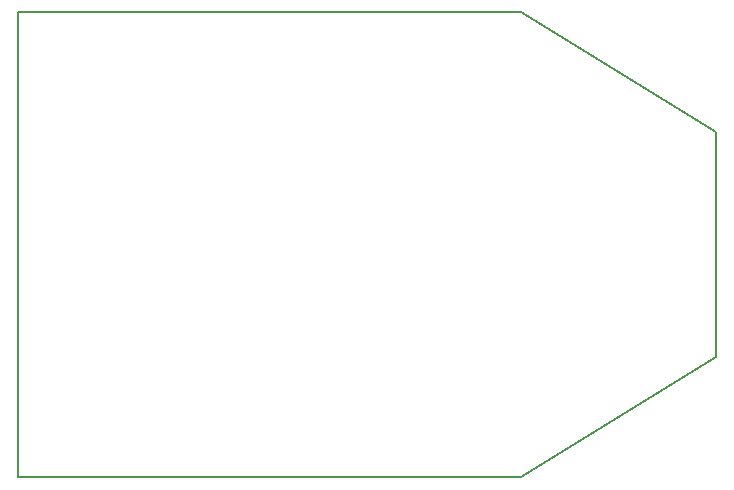
<source format=gbr>
%TF.GenerationSoftware,KiCad,Pcbnew,5.1.7*%
%TF.CreationDate,2020-11-23T17:15:20+01:00*%
%TF.ProjectId,gameport-adapter,67616d65-706f-4727-942d-616461707465,0.1*%
%TF.SameCoordinates,Original*%
%TF.FileFunction,Profile,NP*%
%FSLAX46Y46*%
G04 Gerber Fmt 4.6, Leading zero omitted, Abs format (unit mm)*
G04 Created by KiCad (PCBNEW 5.1.7) date 2020-11-23 17:15:20*
%MOMM*%
%LPD*%
G01*
G04 APERTURE LIST*
%TA.AperFunction,Profile*%
%ADD10C,0.150000*%
%TD*%
G04 APERTURE END LIST*
D10*
X124460000Y-103505000D02*
X140970000Y-93345000D01*
X124460000Y-64135000D02*
X140970000Y-74295000D01*
X81915000Y-103505000D02*
X81915000Y-64135000D01*
X124460000Y-103505000D02*
X81915000Y-103505000D01*
X140970000Y-74295000D02*
X140970000Y-93345000D01*
X81915000Y-64135000D02*
X124460000Y-64135000D01*
M02*

</source>
